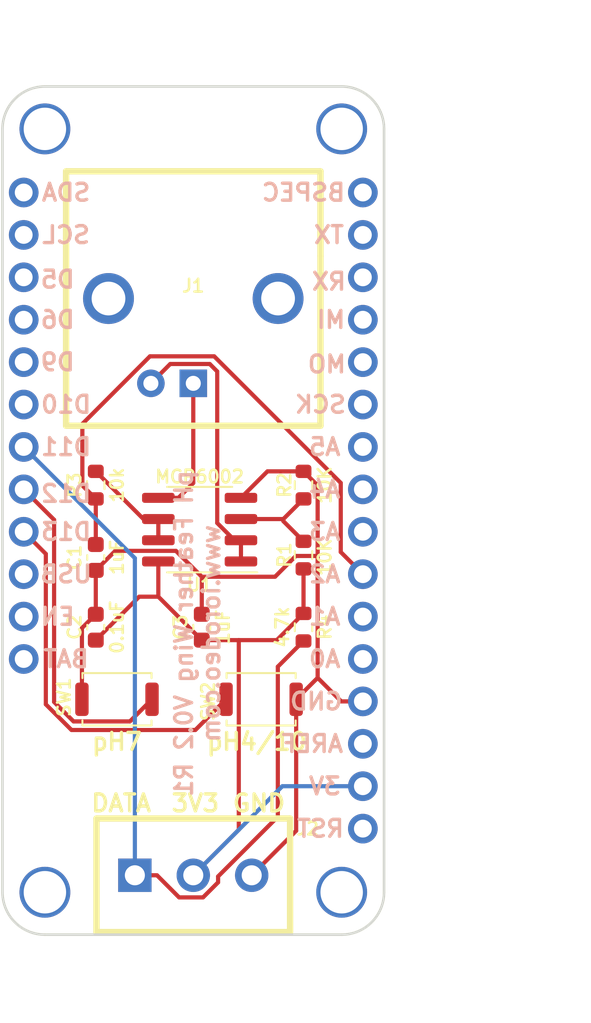
<source format=kicad_pcb>
(kicad_pcb (version 20171130) (host pcbnew 5.1.7-a382d34a8~87~ubuntu18.04.1)

  (general
    (thickness 1.6)
    (drawings 23)
    (tracks 77)
    (zones 0)
    (modules 13)
    (nets 33)
  )

  (page A4)
  (layers
    (0 F.Cu signal)
    (31 B.Cu signal)
    (32 B.Adhes user)
    (33 F.Adhes user)
    (34 B.Paste user)
    (35 F.Paste user)
    (36 B.SilkS user)
    (37 F.SilkS user)
    (38 B.Mask user)
    (39 F.Mask user)
    (40 Dwgs.User user)
    (41 Cmts.User user)
    (42 Eco1.User user)
    (43 Eco2.User user)
    (44 Edge.Cuts user)
    (45 Margin user)
    (46 B.CrtYd user)
    (47 F.CrtYd user)
    (48 B.Fab user)
    (49 F.Fab user)
  )

  (setup
    (last_trace_width 0.25)
    (trace_clearance 0.2)
    (zone_clearance 0.508)
    (zone_45_only no)
    (trace_min 0.2)
    (via_size 0.8)
    (via_drill 0.4)
    (via_min_size 0.4)
    (via_min_drill 0.3)
    (uvia_size 0.3)
    (uvia_drill 0.1)
    (uvias_allowed no)
    (uvia_min_size 0.2)
    (uvia_min_drill 0.1)
    (edge_width 0.15)
    (segment_width 0.2)
    (pcb_text_width 0.3)
    (pcb_text_size 1.5 1.5)
    (mod_edge_width 0.15)
    (mod_text_size 1 1)
    (mod_text_width 0.15)
    (pad_size 1.524 1.524)
    (pad_drill 0.762)
    (pad_to_mask_clearance 0.051)
    (solder_mask_min_width 0.25)
    (aux_axis_origin 0 0)
    (visible_elements FFFFFF7F)
    (pcbplotparams
      (layerselection 0x010f0_ffffffff)
      (usegerberextensions false)
      (usegerberattributes false)
      (usegerberadvancedattributes false)
      (creategerberjobfile false)
      (excludeedgelayer true)
      (linewidth 0.100000)
      (plotframeref false)
      (viasonmask false)
      (mode 1)
      (useauxorigin false)
      (hpglpennumber 1)
      (hpglpenspeed 20)
      (hpglpendiameter 15.000000)
      (psnegative false)
      (psa4output false)
      (plotreference true)
      (plotvalue true)
      (plotinvisibletext false)
      (padsonsilk false)
      (subtractmaskfromsilk false)
      (outputformat 1)
      (mirror false)
      (drillshape 0)
      (scaleselection 1)
      (outputdirectory "gerber_v0p1/"))
  )

  (net 0 "")
  (net 1 GND)
  (net 2 /PH_VOUT)
  (net 3 /3V3)
  (net 4 /PROBE_OUT)
  (net 5 /PROBE_VGND)
  (net 6 /TEMP_DATA)
  (net 7 "Net-(R1-Pad2)")
  (net 8 "Net-(W1-Pad1)")
  (net 9 "Net-(W1-Pad2)")
  (net 10 "Net-(W1-Pad3)")
  (net 11 "Net-(W1-Pad4)")
  (net 12 "Net-(W1-Pad5)")
  (net 13 "Net-(W1-Pad6)")
  (net 14 "Net-(W1-Pad10)")
  (net 15 "Net-(W1-Pad11)")
  (net 16 "Net-(W1-Pad12)")
  (net 17 "Net-(W1-Pad13)")
  (net 18 "Net-(W1-Pad15)")
  (net 19 "Net-(W1-Pad17)")
  (net 20 "Net-(W1-Pad18)")
  (net 21 "Net-(W1-Pad20)")
  (net 22 "Net-(W1-Pad21)")
  (net 23 "Net-(W1-Pad22)")
  (net 24 "Net-(W1-Pad23)")
  (net 25 "Net-(W1-Pad24)")
  (net 26 "Net-(W1-Pad25)")
  (net 27 "Net-(W1-Pad26)")
  (net 28 "Net-(W1-Pad27)")
  (net 29 "Net-(W1-Pad28)")
  (net 30 /BUTTON_1)
  (net 31 /BUTTON_2)
  (net 32 "Net-(R3-Pad2)")

  (net_class Default "This is the default net class."
    (clearance 0.2)
    (trace_width 0.25)
    (via_dia 0.8)
    (via_drill 0.4)
    (uvia_dia 0.3)
    (uvia_drill 0.1)
    (add_net /3V3)
    (add_net /BUTTON_1)
    (add_net /BUTTON_2)
    (add_net /PH_VOUT)
    (add_net /PROBE_OUT)
    (add_net /PROBE_VGND)
    (add_net /TEMP_DATA)
    (add_net GND)
    (add_net "Net-(R1-Pad2)")
    (add_net "Net-(R3-Pad2)")
    (add_net "Net-(W1-Pad1)")
    (add_net "Net-(W1-Pad10)")
    (add_net "Net-(W1-Pad11)")
    (add_net "Net-(W1-Pad12)")
    (add_net "Net-(W1-Pad13)")
    (add_net "Net-(W1-Pad15)")
    (add_net "Net-(W1-Pad17)")
    (add_net "Net-(W1-Pad18)")
    (add_net "Net-(W1-Pad2)")
    (add_net "Net-(W1-Pad20)")
    (add_net "Net-(W1-Pad21)")
    (add_net "Net-(W1-Pad22)")
    (add_net "Net-(W1-Pad23)")
    (add_net "Net-(W1-Pad24)")
    (add_net "Net-(W1-Pad25)")
    (add_net "Net-(W1-Pad26)")
    (add_net "Net-(W1-Pad27)")
    (add_net "Net-(W1-Pad28)")
    (add_net "Net-(W1-Pad3)")
    (add_net "Net-(W1-Pad4)")
    (add_net "Net-(W1-Pad5)")
    (add_net "Net-(W1-Pad6)")
  )

  (module feather_wing:feather_wing (layer F.Cu) (tedit 5C5A8705) (tstamp 5C5A5D61)
    (at 76.2 76.2)
    (path /5C5A4858)
    (fp_text reference W1 (at 0 -26.67) (layer F.SilkS) hide
      (effects (font (size 0.762 0.762) (thickness 0.1524)))
    )
    (fp_text value feather_wing (at 6.223 6.223) (layer F.SilkS) hide
      (effects (font (size 0.762 0.762) (thickness 0.1524)))
    )
    (fp_line (start -11.43 -22.86) (end -11.43 22.86) (layer F.SilkS) (width 0.15))
    (fp_line (start 8.89 25.4) (end -8.89 25.4) (layer F.SilkS) (width 0.15))
    (fp_line (start 11.43 -22.86) (end 11.43 22.86) (layer F.SilkS) (width 0.15))
    (fp_line (start 8.89 -25.4) (end -8.89 -25.4) (layer F.SilkS) (width 0.15))
    (fp_arc (start -8.89 -22.86) (end -8.89 -25.4) (angle -90) (layer F.SilkS) (width 0.15))
    (fp_arc (start 8.89 -22.86) (end 11.43 -22.86) (angle -90) (layer F.SilkS) (width 0.15))
    (fp_arc (start 8.89 22.86) (end 8.89 25.4) (angle -90) (layer F.SilkS) (width 0.15))
    (fp_arc (start -8.89 22.86) (end -11.43 22.86) (angle -90) (layer F.SilkS) (width 0.15))
    (fp_text user SDA (at -7.62 -19.05) (layer B.SilkS)
      (effects (font (size 1.016 1.016) (thickness 0.2032)) (justify mirror))
    )
    (fp_text user SCL (at -7.62 -16.51) (layer B.SilkS)
      (effects (font (size 1.016 1.016) (thickness 0.2032)) (justify mirror))
    )
    (fp_text user D5 (at -8.128 -13.843) (layer B.SilkS)
      (effects (font (size 1.016 1.016) (thickness 0.2032)) (justify mirror))
    )
    (fp_text user D6 (at -8.128 -11.43) (layer B.SilkS)
      (effects (font (size 1.016 1.016) (thickness 0.2032)) (justify mirror))
    )
    (fp_text user D9 (at -8.128 -8.89) (layer B.SilkS)
      (effects (font (size 1.016 1.016) (thickness 0.2032)) (justify mirror))
    )
    (fp_text user D10 (at -7.62 -6.35) (layer B.SilkS)
      (effects (font (size 1.016 1.016) (thickness 0.2032)) (justify mirror))
    )
    (fp_text user D11 (at -7.62 -3.81) (layer B.SilkS)
      (effects (font (size 1.016 1.016) (thickness 0.2032)) (justify mirror))
    )
    (fp_text user D12 (at -7.62 -1.016) (layer B.SilkS)
      (effects (font (size 1.016 1.016) (thickness 0.2032)) (justify mirror))
    )
    (fp_text user D13 (at -7.62 1.27) (layer B.SilkS)
      (effects (font (size 1.016 1.016) (thickness 0.2032)) (justify mirror))
    )
    (fp_text user USB (at -7.62 3.81) (layer B.SilkS)
      (effects (font (size 1.016 1.016) (thickness 0.2032)) (justify mirror))
    )
    (fp_text user EN (at -8.128 6.35) (layer B.SilkS)
      (effects (font (size 1.016 1.016) (thickness 0.2032)) (justify mirror))
    )
    (fp_text user BAT (at -7.62 8.89) (layer B.SilkS)
      (effects (font (size 1.016 1.016) (thickness 0.2032)) (justify mirror))
    )
    (fp_text user BSPEC (at 6.604 -19.05) (layer B.SilkS)
      (effects (font (size 1.016 1.016) (thickness 0.2032)) (justify mirror))
    )
    (fp_text user TX (at 8.128 -16.51) (layer B.SilkS)
      (effects (font (size 1.016 1.016) (thickness 0.2032)) (justify mirror))
    )
    (fp_text user RX (at 8.128 -13.716) (layer B.SilkS)
      (effects (font (size 1.016 1.016) (thickness 0.2032)) (justify mirror))
    )
    (fp_text user MI (at 8.255 -11.43) (layer B.SilkS)
      (effects (font (size 1.016 1.016) (thickness 0.2032)) (justify mirror))
    )
    (fp_text user MO (at 8.001 -8.763) (layer B.SilkS)
      (effects (font (size 1.016 1.016) (thickness 0.2032)) (justify mirror))
    )
    (fp_text user SCK (at 7.62 -6.35) (layer B.SilkS)
      (effects (font (size 1.016 1.016) (thickness 0.2032)) (justify mirror))
    )
    (fp_text user A5 (at 7.874 -3.81) (layer B.SilkS)
      (effects (font (size 1.016 1.016) (thickness 0.2032)) (justify mirror))
    )
    (fp_text user A4 (at 7.874 -1.27) (layer B.SilkS)
      (effects (font (size 1.016 1.016) (thickness 0.2032)) (justify mirror))
    )
    (fp_text user A3 (at 7.874 1.27) (layer B.SilkS)
      (effects (font (size 1.016 1.016) (thickness 0.2032)) (justify mirror))
    )
    (fp_text user A2 (at 7.874 3.81) (layer B.SilkS)
      (effects (font (size 1.016 1.016) (thickness 0.2032)) (justify mirror))
    )
    (fp_text user A1 (at 7.874 6.35) (layer B.SilkS)
      (effects (font (size 1.016 1.016) (thickness 0.2032)) (justify mirror))
    )
    (fp_text user A0 (at 7.874 8.89) (layer B.SilkS)
      (effects (font (size 1.016 1.016) (thickness 0.2032)) (justify mirror))
    )
    (fp_text user GND (at 7.366 11.43) (layer B.SilkS)
      (effects (font (size 1.016 1.016) (thickness 0.2032)) (justify mirror))
    )
    (fp_text user AREF (at 7.112 13.97) (layer B.SilkS)
      (effects (font (size 1.016 1.016) (thickness 0.2032)) (justify mirror))
    )
    (fp_text user 3V (at 7.874 16.51) (layer B.SilkS)
      (effects (font (size 1.016 1.016) (thickness 0.2032)) (justify mirror))
    )
    (fp_text user RST (at 7.62 19.05) (layer B.SilkS)
      (effects (font (size 1.016 1.016) (thickness 0.2032)) (justify mirror))
    )
    (pad "" np_thru_hole circle (at -8.89 -22.86) (size 3.048 3.048) (drill 2.54) (layers *.Cu *.Mask))
    (pad "" np_thru_hole circle (at 8.89 -22.86) (size 3.048 3.048) (drill 2.54) (layers *.Cu *.Mask))
    (pad "" thru_hole circle (at 8.89 22.86) (size 3.048 3.048) (drill 2.54) (layers *.Cu *.Mask))
    (pad "" thru_hole circle (at -8.89 22.86) (size 3.048 3.048) (drill 2.54) (layers *.Cu *.Mask))
    (pad 1 thru_hole circle (at -10.16 -19.05) (size 1.778 1.778) (drill 1.0668) (layers *.Cu *.Mask)
      (net 8 "Net-(W1-Pad1)"))
    (pad 2 thru_hole circle (at -10.16 -16.51) (size 1.778 1.778) (drill 1.0668) (layers *.Cu *.Mask)
      (net 9 "Net-(W1-Pad2)"))
    (pad 3 thru_hole circle (at -10.16 -13.97) (size 1.778 1.778) (drill 1.0668) (layers *.Cu *.Mask)
      (net 10 "Net-(W1-Pad3)"))
    (pad 4 thru_hole circle (at -10.16 -11.43) (size 1.778 1.778) (drill 1.0668) (layers *.Cu *.Mask)
      (net 11 "Net-(W1-Pad4)"))
    (pad 5 thru_hole circle (at -10.16 -8.89) (size 1.778 1.778) (drill 1.0668) (layers *.Cu *.Mask)
      (net 12 "Net-(W1-Pad5)"))
    (pad 6 thru_hole circle (at -10.16 -6.35) (size 1.778 1.778) (drill 1.0668) (layers *.Cu *.Mask)
      (net 13 "Net-(W1-Pad6)"))
    (pad 7 thru_hole circle (at -10.16 -3.81) (size 1.778 1.778) (drill 1.0668) (layers *.Cu *.Mask)
      (net 6 /TEMP_DATA))
    (pad 8 thru_hole circle (at -10.16 -1.27) (size 1.778 1.778) (drill 1.0668) (layers *.Cu *.Mask)
      (net 30 /BUTTON_1))
    (pad 9 thru_hole circle (at -10.16 1.27) (size 1.778 1.778) (drill 1.0668) (layers *.Cu *.Mask)
      (net 31 /BUTTON_2))
    (pad 10 thru_hole circle (at -10.16 3.81) (size 1.778 1.778) (drill 1.0668) (layers *.Cu *.Mask)
      (net 14 "Net-(W1-Pad10)"))
    (pad 11 thru_hole circle (at -10.16 6.35) (size 1.778 1.778) (drill 1.0668) (layers *.Cu *.Mask)
      (net 15 "Net-(W1-Pad11)"))
    (pad 12 thru_hole circle (at -10.16 8.89) (size 1.778 1.778) (drill 1.0668) (layers *.Cu *.Mask)
      (net 16 "Net-(W1-Pad12)"))
    (pad 13 thru_hole circle (at 10.16 19.05) (size 1.778 1.778) (drill 1.0668) (layers *.Cu *.Mask)
      (net 17 "Net-(W1-Pad13)"))
    (pad 14 thru_hole circle (at 10.16 16.51) (size 1.778 1.778) (drill 1.0668) (layers *.Cu *.Mask)
      (net 3 /3V3))
    (pad 15 thru_hole circle (at 10.16 13.97) (size 1.778 1.778) (drill 1.0668) (layers *.Cu *.Mask)
      (net 18 "Net-(W1-Pad15)"))
    (pad 16 thru_hole circle (at 10.16 11.43) (size 1.778 1.778) (drill 1.0668) (layers *.Cu *.Mask)
      (net 1 GND))
    (pad 17 thru_hole circle (at 10.16 8.89) (size 1.778 1.778) (drill 1.0668) (layers *.Cu *.Mask)
      (net 19 "Net-(W1-Pad17)"))
    (pad 18 thru_hole circle (at 10.16 6.35) (size 1.778 1.778) (drill 1.0668) (layers *.Cu *.Mask)
      (net 20 "Net-(W1-Pad18)"))
    (pad 19 thru_hole circle (at 10.16 3.81) (size 1.778 1.778) (drill 1.0668) (layers *.Cu *.Mask)
      (net 2 /PH_VOUT))
    (pad 20 thru_hole circle (at 10.16 1.27) (size 1.778 1.778) (drill 1.0668) (layers *.Cu *.Mask)
      (net 21 "Net-(W1-Pad20)"))
    (pad 21 thru_hole circle (at 10.16 -1.27) (size 1.778 1.778) (drill 1.0668) (layers *.Cu *.Mask)
      (net 22 "Net-(W1-Pad21)"))
    (pad 22 thru_hole circle (at 10.16 -3.81) (size 1.778 1.778) (drill 1.0668) (layers *.Cu *.Mask)
      (net 23 "Net-(W1-Pad22)"))
    (pad 23 thru_hole circle (at 10.16 -6.35) (size 1.778 1.778) (drill 1.0668) (layers *.Cu *.Mask)
      (net 24 "Net-(W1-Pad23)"))
    (pad 24 thru_hole circle (at 10.16 -8.89) (size 1.778 1.778) (drill 1.0668) (layers *.Cu *.Mask)
      (net 25 "Net-(W1-Pad24)"))
    (pad 25 thru_hole circle (at 10.16 -11.43) (size 1.778 1.778) (drill 1.0668) (layers *.Cu *.Mask)
      (net 26 "Net-(W1-Pad25)"))
    (pad 26 thru_hole circle (at 10.16 -13.97) (size 1.778 1.778) (drill 1.0668) (layers *.Cu *.Mask)
      (net 27 "Net-(W1-Pad26)"))
    (pad 27 thru_hole circle (at 10.16 -16.51) (size 1.778 1.778) (drill 1.0668) (layers *.Cu *.Mask)
      (net 28 "Net-(W1-Pad27)"))
    (pad 28 thru_hole circle (at 10.16 -19.05) (size 1.778 1.778) (drill 1.0668) (layers *.Cu *.Mask)
      (net 29 "Net-(W1-Pad28)"))
  )

  (module BNC:BNC (layer F.Cu) (tedit 5C5A6A9E) (tstamp 5C5A5C90)
    (at 76.2 63.5)
    (path /5C5CDCAD)
    (fp_text reference J1 (at 0 -0.762) (layer F.SilkS)
      (effects (font (size 0.762 0.762) (thickness 0.1524)))
    )
    (fp_text value Conn_Coaxial (at 0.254 2.794) (layer F.SilkS) hide
      (effects (font (size 0.762 0.762) (thickness 0.1524)))
    )
    (fp_line (start 7.62 -2.54) (end 7.62 7.62) (layer F.SilkS) (width 0.381))
    (fp_line (start -7.62 -2.54) (end -7.62 7.62) (layer F.SilkS) (width 0.381))
    (fp_line (start 7.62 -7.62) (end 7.62 -2.54) (layer F.SilkS) (width 0.381))
    (fp_line (start -7.62 -7.62) (end 7.62 -7.62) (layer F.SilkS) (width 0.381))
    (fp_line (start -7.62 -2.54) (end -7.62 -7.62) (layer F.SilkS) (width 0.381))
    (fp_line (start -7.62 7.62) (end 7.62 7.62) (layer F.SilkS) (width 0.381))
    (pad "" thru_hole circle (at -5.08 0) (size 3.048 3.048) (drill 2.02) (layers *.Cu *.Mask))
    (pad "" thru_hole circle (at 5.08 0) (size 3.048 3.048) (drill 2.02) (layers *.Cu *.Mask))
    (pad 1 thru_hole rect (at 0 5.08) (size 1.651 1.651) (drill 0.9) (layers *.Cu *.Mask)
      (net 4 /PROBE_OUT))
    (pad 2 thru_hole circle (at -2.54 5.08) (size 1.651 1.651) (drill 0.9) (layers *.Cu *.Mask)
      (net 5 /PROBE_VGND))
  )

  (module OST_SCREW_TERM_3:CONNBLOCK3 (layer F.Cu) (tedit 5C5A6C78) (tstamp 5C5A5C9B)
    (at 76.2 98.044)
    (path /5C5A56D2)
    (fp_text reference J2 (at 6.858 -2.794) (layer F.SilkS)
      (effects (font (size 0.762 0.762) (thickness 0.1524)))
    )
    (fp_text value Screw_Terminal_01x03 (at -0.20066 -5.40004) (layer F.SilkS) hide
      (effects (font (size 0.762 0.762) (thickness 0.1524)))
    )
    (fp_line (start 5.79882 -3.40106) (end -5.79882 -3.40106) (layer F.SilkS) (width 0.381))
    (fp_line (start 5.79882 3.40106) (end 5.79882 -3.40106) (layer F.SilkS) (width 0.381))
    (fp_line (start -5.79882 3.40106) (end 5.79882 3.40106) (layer F.SilkS) (width 0.381))
    (fp_line (start -5.79882 -3.40106) (end -5.79882 3.40106) (layer F.SilkS) (width 0.381))
    (pad 2 thru_hole circle (at 0 0) (size 2 2) (drill 1.2) (layers *.Cu *.Mask)
      (net 3 /3V3))
    (pad 1 thru_hole rect (at -3.50012 0) (size 2 2) (drill 1.2) (layers *.Cu *.Mask)
      (net 6 /TEMP_DATA))
    (pad 3 thru_hole circle (at 3.50012 0) (size 2 2) (drill 1.2) (layers *.Cu *.Mask)
      (net 1 GND))
  )

  (module Capacitor_SMD:C_0603_1608Metric (layer F.Cu) (tedit 5F68FEEE) (tstamp 60051B5F)
    (at 70.358 79.007 90)
    (descr "Capacitor SMD 0603 (1608 Metric), square (rectangular) end terminal, IPC_7351 nominal, (Body size source: IPC-SM-782 page 76, https://www.pcb-3d.com/wordpress/wp-content/uploads/ipc-sm-782a_amendment_1_and_2.pdf), generated with kicad-footprint-generator")
    (tags capacitor)
    (path /600E8D16)
    (attr smd)
    (fp_text reference C1 (at 0 -1.27 90) (layer F.SilkS)
      (effects (font (size 0.762 0.762) (thickness 0.1524)))
    )
    (fp_text value 1uF (at 0 1.27 90) (layer F.SilkS)
      (effects (font (size 0.762 0.762) (thickness 0.1524)))
    )
    (fp_line (start 1.48 0.73) (end -1.48 0.73) (layer F.CrtYd) (width 0.05))
    (fp_line (start 1.48 -0.73) (end 1.48 0.73) (layer F.CrtYd) (width 0.05))
    (fp_line (start -1.48 -0.73) (end 1.48 -0.73) (layer F.CrtYd) (width 0.05))
    (fp_line (start -1.48 0.73) (end -1.48 -0.73) (layer F.CrtYd) (width 0.05))
    (fp_line (start -0.14058 0.51) (end 0.14058 0.51) (layer F.SilkS) (width 0.12))
    (fp_line (start -0.14058 -0.51) (end 0.14058 -0.51) (layer F.SilkS) (width 0.12))
    (fp_line (start 0.8 0.4) (end -0.8 0.4) (layer F.Fab) (width 0.1))
    (fp_line (start 0.8 -0.4) (end 0.8 0.4) (layer F.Fab) (width 0.1))
    (fp_line (start -0.8 -0.4) (end 0.8 -0.4) (layer F.Fab) (width 0.1))
    (fp_line (start -0.8 0.4) (end -0.8 -0.4) (layer F.Fab) (width 0.1))
    (fp_text user %R (at 0 0 90) (layer F.Fab)
      (effects (font (size 0.762 0.762) (thickness 0.1524)))
    )
    (pad 1 smd roundrect (at -0.775 0 90) (size 0.9 0.95) (layers F.Cu F.Paste F.Mask) (roundrect_rratio 0.25)
      (net 1 GND))
    (pad 2 smd roundrect (at 0.775 0 90) (size 0.9 0.95) (layers F.Cu F.Paste F.Mask) (roundrect_rratio 0.25)
      (net 2 /PH_VOUT))
    (model ${KISYS3DMOD}/Capacitor_SMD.3dshapes/C_0603_1608Metric.wrl
      (at (xyz 0 0 0))
      (scale (xyz 1 1 1))
      (rotate (xyz 0 0 0))
    )
  )

  (module Capacitor_SMD:C_0603_1608Metric (layer F.Cu) (tedit 5F68FEEE) (tstamp 60051B70)
    (at 70.358 83.185 90)
    (descr "Capacitor SMD 0603 (1608 Metric), square (rectangular) end terminal, IPC_7351 nominal, (Body size source: IPC-SM-782 page 76, https://www.pcb-3d.com/wordpress/wp-content/uploads/ipc-sm-782a_amendment_1_and_2.pdf), generated with kicad-footprint-generator")
    (tags capacitor)
    (path /6011E7D0)
    (attr smd)
    (fp_text reference C2 (at 0 -1.27 90) (layer F.SilkS)
      (effects (font (size 0.762 0.762) (thickness 0.1524)))
    )
    (fp_text value 0.1uF (at 0 1.27 90) (layer F.SilkS)
      (effects (font (size 0.762 0.762) (thickness 0.1524)))
    )
    (fp_line (start -0.8 0.4) (end -0.8 -0.4) (layer F.Fab) (width 0.1))
    (fp_line (start -0.8 -0.4) (end 0.8 -0.4) (layer F.Fab) (width 0.1))
    (fp_line (start 0.8 -0.4) (end 0.8 0.4) (layer F.Fab) (width 0.1))
    (fp_line (start 0.8 0.4) (end -0.8 0.4) (layer F.Fab) (width 0.1))
    (fp_line (start -0.14058 -0.51) (end 0.14058 -0.51) (layer F.SilkS) (width 0.12))
    (fp_line (start -0.14058 0.51) (end 0.14058 0.51) (layer F.SilkS) (width 0.12))
    (fp_line (start -1.48 0.73) (end -1.48 -0.73) (layer F.CrtYd) (width 0.05))
    (fp_line (start -1.48 -0.73) (end 1.48 -0.73) (layer F.CrtYd) (width 0.05))
    (fp_line (start 1.48 -0.73) (end 1.48 0.73) (layer F.CrtYd) (width 0.05))
    (fp_line (start 1.48 0.73) (end -1.48 0.73) (layer F.CrtYd) (width 0.05))
    (fp_text user %R (at 0 0 90) (layer F.Fab)
      (effects (font (size 0.762 0.762) (thickness 0.1524)))
    )
    (pad 2 smd roundrect (at 0.775 0 90) (size 0.9 0.95) (layers F.Cu F.Paste F.Mask) (roundrect_rratio 0.25)
      (net 1 GND))
    (pad 1 smd roundrect (at -0.775 0 90) (size 0.9 0.95) (layers F.Cu F.Paste F.Mask) (roundrect_rratio 0.25)
      (net 3 /3V3))
    (model ${KISYS3DMOD}/Capacitor_SMD.3dshapes/C_0603_1608Metric.wrl
      (at (xyz 0 0 0))
      (scale (xyz 1 1 1))
      (rotate (xyz 0 0 0))
    )
  )

  (module Capacitor_SMD:C_0603_1608Metric (layer F.Cu) (tedit 5F68FEEE) (tstamp 60051B81)
    (at 76.708 83.185 90)
    (descr "Capacitor SMD 0603 (1608 Metric), square (rectangular) end terminal, IPC_7351 nominal, (Body size source: IPC-SM-782 page 76, https://www.pcb-3d.com/wordpress/wp-content/uploads/ipc-sm-782a_amendment_1_and_2.pdf), generated with kicad-footprint-generator")
    (tags capacitor)
    (path /6008BC91)
    (attr smd)
    (fp_text reference C3 (at 0 -1.27 90) (layer F.SilkS)
      (effects (font (size 0.762 0.762) (thickness 0.1524)))
    )
    (fp_text value 1uF (at 0 1.27 90) (layer F.SilkS)
      (effects (font (size 0.762 0.762) (thickness 0.1524)))
    )
    (fp_line (start 1.48 0.73) (end -1.48 0.73) (layer F.CrtYd) (width 0.05))
    (fp_line (start 1.48 -0.73) (end 1.48 0.73) (layer F.CrtYd) (width 0.05))
    (fp_line (start -1.48 -0.73) (end 1.48 -0.73) (layer F.CrtYd) (width 0.05))
    (fp_line (start -1.48 0.73) (end -1.48 -0.73) (layer F.CrtYd) (width 0.05))
    (fp_line (start -0.14058 0.51) (end 0.14058 0.51) (layer F.SilkS) (width 0.12))
    (fp_line (start -0.14058 -0.51) (end 0.14058 -0.51) (layer F.SilkS) (width 0.12))
    (fp_line (start 0.8 0.4) (end -0.8 0.4) (layer F.Fab) (width 0.1))
    (fp_line (start 0.8 -0.4) (end 0.8 0.4) (layer F.Fab) (width 0.1))
    (fp_line (start -0.8 -0.4) (end 0.8 -0.4) (layer F.Fab) (width 0.1))
    (fp_line (start -0.8 0.4) (end -0.8 -0.4) (layer F.Fab) (width 0.1))
    (fp_text user %R (at 0 0 90) (layer F.Fab)
      (effects (font (size 0.762 0.762) (thickness 0.1524)))
    )
    (pad 1 smd roundrect (at -0.775 0 90) (size 0.9 0.95) (layers F.Cu F.Paste F.Mask) (roundrect_rratio 0.25)
      (net 3 /3V3))
    (pad 2 smd roundrect (at 0.775 0 90) (size 0.9 0.95) (layers F.Cu F.Paste F.Mask) (roundrect_rratio 0.25)
      (net 1 GND))
    (model ${KISYS3DMOD}/Capacitor_SMD.3dshapes/C_0603_1608Metric.wrl
      (at (xyz 0 0 0))
      (scale (xyz 1 1 1))
      (rotate (xyz 0 0 0))
    )
  )

  (module Resistor_SMD:R_0603_1608Metric (layer F.Cu) (tedit 5F68FEEE) (tstamp 60051B92)
    (at 82.804 78.867 90)
    (descr "Resistor SMD 0603 (1608 Metric), square (rectangular) end terminal, IPC_7351 nominal, (Body size source: IPC-SM-782 page 72, https://www.pcb-3d.com/wordpress/wp-content/uploads/ipc-sm-782a_amendment_1_and_2.pdf), generated with kicad-footprint-generator")
    (tags resistor)
    (path /6005FC7D)
    (attr smd)
    (fp_text reference R1 (at 0 -1.143 90) (layer F.SilkS)
      (effects (font (size 0.762 0.762) (thickness 0.1524)))
    )
    (fp_text value 10K (at -0.127 1.27 90) (layer F.SilkS)
      (effects (font (size 0.762 0.762) (thickness 0.1524)))
    )
    (fp_line (start 1.48 0.73) (end -1.48 0.73) (layer F.CrtYd) (width 0.05))
    (fp_line (start 1.48 -0.73) (end 1.48 0.73) (layer F.CrtYd) (width 0.05))
    (fp_line (start -1.48 -0.73) (end 1.48 -0.73) (layer F.CrtYd) (width 0.05))
    (fp_line (start -1.48 0.73) (end -1.48 -0.73) (layer F.CrtYd) (width 0.05))
    (fp_line (start -0.237258 0.5225) (end 0.237258 0.5225) (layer F.SilkS) (width 0.12))
    (fp_line (start -0.237258 -0.5225) (end 0.237258 -0.5225) (layer F.SilkS) (width 0.12))
    (fp_line (start 0.8 0.4125) (end -0.8 0.4125) (layer F.Fab) (width 0.1))
    (fp_line (start 0.8 -0.4125) (end 0.8 0.4125) (layer F.Fab) (width 0.1))
    (fp_line (start -0.8 -0.4125) (end 0.8 -0.4125) (layer F.Fab) (width 0.1))
    (fp_line (start -0.8 0.4125) (end -0.8 -0.4125) (layer F.Fab) (width 0.1))
    (fp_text user %R (at 0 0 90) (layer F.Fab)
      (effects (font (size 0.762 0.762) (thickness 0.1524)))
    )
    (pad 1 smd roundrect (at -0.825 0 90) (size 0.8 0.95) (layers F.Cu F.Paste F.Mask) (roundrect_rratio 0.25)
      (net 3 /3V3))
    (pad 2 smd roundrect (at 0.825 0 90) (size 0.8 0.95) (layers F.Cu F.Paste F.Mask) (roundrect_rratio 0.25)
      (net 7 "Net-(R1-Pad2)"))
    (model ${KISYS3DMOD}/Resistor_SMD.3dshapes/R_0603_1608Metric.wrl
      (at (xyz 0 0 0))
      (scale (xyz 1 1 1))
      (rotate (xyz 0 0 0))
    )
  )

  (module Resistor_SMD:R_0603_1608Metric (layer F.Cu) (tedit 5F68FEEE) (tstamp 60052CC1)
    (at 82.804 74.676 90)
    (descr "Resistor SMD 0603 (1608 Metric), square (rectangular) end terminal, IPC_7351 nominal, (Body size source: IPC-SM-782 page 72, https://www.pcb-3d.com/wordpress/wp-content/uploads/ipc-sm-782a_amendment_1_and_2.pdf), generated with kicad-footprint-generator")
    (tags resistor)
    (path /6005FC87)
    (attr smd)
    (fp_text reference R2 (at 0 -1.143 90) (layer F.SilkS)
      (effects (font (size 0.762 0.762) (thickness 0.1524)))
    )
    (fp_text value 10K (at 0 1.27 90) (layer F.SilkS)
      (effects (font (size 0.762 0.762) (thickness 0.1524)))
    )
    (fp_line (start -0.8 0.4125) (end -0.8 -0.4125) (layer F.Fab) (width 0.1))
    (fp_line (start -0.8 -0.4125) (end 0.8 -0.4125) (layer F.Fab) (width 0.1))
    (fp_line (start 0.8 -0.4125) (end 0.8 0.4125) (layer F.Fab) (width 0.1))
    (fp_line (start 0.8 0.4125) (end -0.8 0.4125) (layer F.Fab) (width 0.1))
    (fp_line (start -0.237258 -0.5225) (end 0.237258 -0.5225) (layer F.SilkS) (width 0.12))
    (fp_line (start -0.237258 0.5225) (end 0.237258 0.5225) (layer F.SilkS) (width 0.12))
    (fp_line (start -1.48 0.73) (end -1.48 -0.73) (layer F.CrtYd) (width 0.05))
    (fp_line (start -1.48 -0.73) (end 1.48 -0.73) (layer F.CrtYd) (width 0.05))
    (fp_line (start 1.48 -0.73) (end 1.48 0.73) (layer F.CrtYd) (width 0.05))
    (fp_line (start 1.48 0.73) (end -1.48 0.73) (layer F.CrtYd) (width 0.05))
    (fp_text user %R (at 0 0 90) (layer F.Fab)
      (effects (font (size 0.762 0.762) (thickness 0.1524)))
    )
    (pad 2 smd roundrect (at 0.825 0 90) (size 0.8 0.95) (layers F.Cu F.Paste F.Mask) (roundrect_rratio 0.25)
      (net 1 GND))
    (pad 1 smd roundrect (at -0.825 0 90) (size 0.8 0.95) (layers F.Cu F.Paste F.Mask) (roundrect_rratio 0.25)
      (net 7 "Net-(R1-Pad2)"))
    (model ${KISYS3DMOD}/Resistor_SMD.3dshapes/R_0603_1608Metric.wrl
      (at (xyz 0 0 0))
      (scale (xyz 1 1 1))
      (rotate (xyz 0 0 0))
    )
  )

  (module Resistor_SMD:R_0603_1608Metric (layer F.Cu) (tedit 5F68FEEE) (tstamp 60051BB4)
    (at 70.358 74.676 90)
    (descr "Resistor SMD 0603 (1608 Metric), square (rectangular) end terminal, IPC_7351 nominal, (Body size source: IPC-SM-782 page 72, https://www.pcb-3d.com/wordpress/wp-content/uploads/ipc-sm-782a_amendment_1_and_2.pdf), generated with kicad-footprint-generator")
    (tags resistor)
    (path /600E496C)
    (attr smd)
    (fp_text reference R3 (at 0 -1.27 90) (layer F.SilkS)
      (effects (font (size 0.762 0.762) (thickness 0.1524)))
    )
    (fp_text value 10k (at 0 1.27 90) (layer F.SilkS)
      (effects (font (size 0.762 0.762) (thickness 0.1524)))
    )
    (fp_line (start -0.8 0.4125) (end -0.8 -0.4125) (layer F.Fab) (width 0.1))
    (fp_line (start -0.8 -0.4125) (end 0.8 -0.4125) (layer F.Fab) (width 0.1))
    (fp_line (start 0.8 -0.4125) (end 0.8 0.4125) (layer F.Fab) (width 0.1))
    (fp_line (start 0.8 0.4125) (end -0.8 0.4125) (layer F.Fab) (width 0.1))
    (fp_line (start -0.237258 -0.5225) (end 0.237258 -0.5225) (layer F.SilkS) (width 0.12))
    (fp_line (start -0.237258 0.5225) (end 0.237258 0.5225) (layer F.SilkS) (width 0.12))
    (fp_line (start -1.48 0.73) (end -1.48 -0.73) (layer F.CrtYd) (width 0.05))
    (fp_line (start -1.48 -0.73) (end 1.48 -0.73) (layer F.CrtYd) (width 0.05))
    (fp_line (start 1.48 -0.73) (end 1.48 0.73) (layer F.CrtYd) (width 0.05))
    (fp_line (start 1.48 0.73) (end -1.48 0.73) (layer F.CrtYd) (width 0.05))
    (fp_text user %R (at 0 0 90) (layer F.Fab)
      (effects (font (size 0.762 0.762) (thickness 0.1524)))
    )
    (pad 2 smd roundrect (at 0.825 0 90) (size 0.8 0.95) (layers F.Cu F.Paste F.Mask) (roundrect_rratio 0.25)
      (net 32 "Net-(R3-Pad2)"))
    (pad 1 smd roundrect (at -0.825 0 90) (size 0.8 0.95) (layers F.Cu F.Paste F.Mask) (roundrect_rratio 0.25)
      (net 2 /PH_VOUT))
    (model ${KISYS3DMOD}/Resistor_SMD.3dshapes/R_0603_1608Metric.wrl
      (at (xyz 0 0 0))
      (scale (xyz 1 1 1))
      (rotate (xyz 0 0 0))
    )
  )

  (module Resistor_SMD:R_0603_1608Metric (layer F.Cu) (tedit 5F68FEEE) (tstamp 60051BC5)
    (at 82.804 83.185 270)
    (descr "Resistor SMD 0603 (1608 Metric), square (rectangular) end terminal, IPC_7351 nominal, (Body size source: IPC-SM-782 page 72, https://www.pcb-3d.com/wordpress/wp-content/uploads/ipc-sm-782a_amendment_1_and_2.pdf), generated with kicad-footprint-generator")
    (tags resistor)
    (path /5C5D6D88)
    (attr smd)
    (fp_text reference R4 (at 0 -1.27 90) (layer F.SilkS)
      (effects (font (size 0.762 0.762) (thickness 0.1524)))
    )
    (fp_text value 4.7k (at 0 1.27 90) (layer F.SilkS)
      (effects (font (size 0.762 0.762) (thickness 0.1524)))
    )
    (fp_line (start 1.48 0.73) (end -1.48 0.73) (layer F.CrtYd) (width 0.05))
    (fp_line (start 1.48 -0.73) (end 1.48 0.73) (layer F.CrtYd) (width 0.05))
    (fp_line (start -1.48 -0.73) (end 1.48 -0.73) (layer F.CrtYd) (width 0.05))
    (fp_line (start -1.48 0.73) (end -1.48 -0.73) (layer F.CrtYd) (width 0.05))
    (fp_line (start -0.237258 0.5225) (end 0.237258 0.5225) (layer F.SilkS) (width 0.12))
    (fp_line (start -0.237258 -0.5225) (end 0.237258 -0.5225) (layer F.SilkS) (width 0.12))
    (fp_line (start 0.8 0.4125) (end -0.8 0.4125) (layer F.Fab) (width 0.1))
    (fp_line (start 0.8 -0.4125) (end 0.8 0.4125) (layer F.Fab) (width 0.1))
    (fp_line (start -0.8 -0.4125) (end 0.8 -0.4125) (layer F.Fab) (width 0.1))
    (fp_line (start -0.8 0.4125) (end -0.8 -0.4125) (layer F.Fab) (width 0.1))
    (fp_text user %R (at 0 0 90) (layer F.Fab)
      (effects (font (size 0.762 0.762) (thickness 0.1524)))
    )
    (pad 1 smd roundrect (at -0.825 0 270) (size 0.8 0.95) (layers F.Cu F.Paste F.Mask) (roundrect_rratio 0.25)
      (net 3 /3V3))
    (pad 2 smd roundrect (at 0.825 0 270) (size 0.8 0.95) (layers F.Cu F.Paste F.Mask) (roundrect_rratio 0.25)
      (net 6 /TEMP_DATA))
    (model ${KISYS3DMOD}/Resistor_SMD.3dshapes/R_0603_1608Metric.wrl
      (at (xyz 0 0 0))
      (scale (xyz 1 1 1))
      (rotate (xyz 0 0 0))
    )
  )

  (module Button_Switch_SMD:SW_Push_SPST_NO_Alps_SKRK (layer F.Cu) (tedit 5C2A8900) (tstamp 60051BDB)
    (at 71.628 87.503 180)
    (descr http://www.alps.com/prod/info/E/HTML/Tact/SurfaceMount/SKRK/SKRKAHE020.html)
    (tags "SMD SMT button")
    (path /5C5CC1CF)
    (attr smd)
    (fp_text reference SW1 (at 3.175 0.127 90) (layer F.SilkS)
      (effects (font (size 0.762 0.762) (thickness 0.1524)))
    )
    (fp_text value SW_Push (at 0 2.5) (layer F.SilkS) hide
      (effects (font (size 0.762 0.762) (thickness 0.1524)))
    )
    (fp_line (start 2.07 -1.57) (end 2.07 -1.27) (layer F.SilkS) (width 0.12))
    (fp_line (start -2.07 1.57) (end -2.07 1.27) (layer F.SilkS) (width 0.12))
    (fp_line (start 1.95 -1.45) (end 1.95 1.45) (layer F.Fab) (width 0.1))
    (fp_line (start -1.95 -1.45) (end 1.95 -1.45) (layer F.Fab) (width 0.1))
    (fp_line (start -1.95 1.45) (end -1.95 -1.45) (layer F.Fab) (width 0.1))
    (fp_line (start 1.95 1.45) (end -1.95 1.45) (layer F.Fab) (width 0.1))
    (fp_line (start -2.75 1.7) (end -2.75 -1.7) (layer F.CrtYd) (width 0.05))
    (fp_line (start 2.75 1.7) (end -2.75 1.7) (layer F.CrtYd) (width 0.05))
    (fp_line (start 2.75 -1.7) (end 2.75 1.7) (layer F.CrtYd) (width 0.05))
    (fp_line (start -2.75 -1.7) (end 2.75 -1.7) (layer F.CrtYd) (width 0.05))
    (fp_circle (center 0 0) (end 1 0) (layer F.Fab) (width 0.1))
    (fp_line (start -2.07 -1.27) (end -2.07 -1.57) (layer F.SilkS) (width 0.12))
    (fp_line (start 2.07 1.57) (end -2.07 1.57) (layer F.SilkS) (width 0.12))
    (fp_line (start 2.07 1.27) (end 2.07 1.57) (layer F.SilkS) (width 0.12))
    (fp_line (start -2.07 -1.57) (end 2.07 -1.57) (layer F.SilkS) (width 0.12))
    (fp_text user %R (at 0 0) (layer F.Fab)
      (effects (font (size 0.762 0.762) (thickness 0.1524)))
    )
    (pad 2 smd roundrect (at 2.1 0 180) (size 0.8 2) (layers F.Cu F.Paste F.Mask) (roundrect_rratio 0.25)
      (net 1 GND))
    (pad 1 smd roundrect (at -2.1 0 180) (size 0.8 2) (layers F.Cu F.Paste F.Mask) (roundrect_rratio 0.25)
      (net 30 /BUTTON_1))
    (model ${KISYS3DMOD}/Button_Switch_SMD.3dshapes/SW_Push_SPST_NO_Alps_SKRK.wrl
      (at (xyz 0 0 0))
      (scale (xyz 1 1 1))
      (rotate (xyz 0 0 0))
    )
  )

  (module Button_Switch_SMD:SW_Push_SPST_NO_Alps_SKRK (layer F.Cu) (tedit 5C2A8900) (tstamp 60051BF1)
    (at 80.264 87.503)
    (descr http://www.alps.com/prod/info/E/HTML/Tact/SurfaceMount/SKRK/SKRKAHE020.html)
    (tags "SMD SMT button")
    (path /5C5CC30A)
    (attr smd)
    (fp_text reference SW2 (at -3.175 0.127 90) (layer F.SilkS)
      (effects (font (size 0.762 0.762) (thickness 0.1524)))
    )
    (fp_text value SW_Push (at 0 2.5) (layer F.SilkS) hide
      (effects (font (size 0.762 0.762) (thickness 0.1524)))
    )
    (fp_line (start -2.07 -1.57) (end 2.07 -1.57) (layer F.SilkS) (width 0.12))
    (fp_line (start 2.07 1.27) (end 2.07 1.57) (layer F.SilkS) (width 0.12))
    (fp_line (start 2.07 1.57) (end -2.07 1.57) (layer F.SilkS) (width 0.12))
    (fp_line (start -2.07 -1.27) (end -2.07 -1.57) (layer F.SilkS) (width 0.12))
    (fp_circle (center 0 0) (end 1 0) (layer F.Fab) (width 0.1))
    (fp_line (start -2.75 -1.7) (end 2.75 -1.7) (layer F.CrtYd) (width 0.05))
    (fp_line (start 2.75 -1.7) (end 2.75 1.7) (layer F.CrtYd) (width 0.05))
    (fp_line (start 2.75 1.7) (end -2.75 1.7) (layer F.CrtYd) (width 0.05))
    (fp_line (start -2.75 1.7) (end -2.75 -1.7) (layer F.CrtYd) (width 0.05))
    (fp_line (start 1.95 1.45) (end -1.95 1.45) (layer F.Fab) (width 0.1))
    (fp_line (start -1.95 1.45) (end -1.95 -1.45) (layer F.Fab) (width 0.1))
    (fp_line (start -1.95 -1.45) (end 1.95 -1.45) (layer F.Fab) (width 0.1))
    (fp_line (start 1.95 -1.45) (end 1.95 1.45) (layer F.Fab) (width 0.1))
    (fp_line (start -2.07 1.57) (end -2.07 1.27) (layer F.SilkS) (width 0.12))
    (fp_line (start 2.07 -1.57) (end 2.07 -1.27) (layer F.SilkS) (width 0.12))
    (fp_text user %R (at 0 0) (layer F.Fab)
      (effects (font (size 0.762 0.762) (thickness 0.1524)))
    )
    (pad 1 smd roundrect (at -2.1 0) (size 0.8 2) (layers F.Cu F.Paste F.Mask) (roundrect_rratio 0.25)
      (net 31 /BUTTON_2))
    (pad 2 smd roundrect (at 2.1 0) (size 0.8 2) (layers F.Cu F.Paste F.Mask) (roundrect_rratio 0.25)
      (net 1 GND))
    (model ${KISYS3DMOD}/Button_Switch_SMD.3dshapes/SW_Push_SPST_NO_Alps_SKRK.wrl
      (at (xyz 0 0 0))
      (scale (xyz 1 1 1))
      (rotate (xyz 0 0 0))
    )
  )

  (module Package_SO:SOIC-8_3.9x4.9mm_P1.27mm (layer F.Cu) (tedit 5D9F72B1) (tstamp 6004FD2E)
    (at 76.581 77.343 180)
    (descr "SOIC, 8 Pin (JEDEC MS-012AA, https://www.analog.com/media/en/package-pcb-resources/package/pkg_pdf/soic_narrow-r/r_8.pdf), generated with kicad-footprint-generator ipc_gullwing_generator.py")
    (tags "SOIC SO")
    (path /6004FC89)
    (attr smd)
    (fp_text reference U1 (at 0 -3.302) (layer F.SilkS)
      (effects (font (size 0.762 0.762) (thickness 0.1524)))
    )
    (fp_text value MCP6002 (at 0 3.175) (layer F.SilkS)
      (effects (font (size 0.762 0.762) (thickness 0.1524)))
    )
    (fp_line (start 3.7 -2.7) (end -3.7 -2.7) (layer F.CrtYd) (width 0.05))
    (fp_line (start 3.7 2.7) (end 3.7 -2.7) (layer F.CrtYd) (width 0.05))
    (fp_line (start -3.7 2.7) (end 3.7 2.7) (layer F.CrtYd) (width 0.05))
    (fp_line (start -3.7 -2.7) (end -3.7 2.7) (layer F.CrtYd) (width 0.05))
    (fp_line (start -1.95 -1.475) (end -0.975 -2.45) (layer F.Fab) (width 0.1))
    (fp_line (start -1.95 2.45) (end -1.95 -1.475) (layer F.Fab) (width 0.1))
    (fp_line (start 1.95 2.45) (end -1.95 2.45) (layer F.Fab) (width 0.1))
    (fp_line (start 1.95 -2.45) (end 1.95 2.45) (layer F.Fab) (width 0.1))
    (fp_line (start -0.975 -2.45) (end 1.95 -2.45) (layer F.Fab) (width 0.1))
    (fp_line (start 0 -2.56) (end -3.45 -2.56) (layer F.SilkS) (width 0.12))
    (fp_line (start 0 -2.56) (end 1.95 -2.56) (layer F.SilkS) (width 0.12))
    (fp_line (start 0 2.56) (end -1.95 2.56) (layer F.SilkS) (width 0.12))
    (fp_line (start 0 2.56) (end 1.95 2.56) (layer F.SilkS) (width 0.12))
    (fp_text user %R (at 0 0) (layer F.Fab)
      (effects (font (size 0.762 0.762) (thickness 0.1524)))
    )
    (pad 1 smd roundrect (at -2.475 -1.905 180) (size 1.95 0.6) (layers F.Cu F.Paste F.Mask) (roundrect_rratio 0.25)
      (net 5 /PROBE_VGND))
    (pad 2 smd roundrect (at -2.475 -0.635 180) (size 1.95 0.6) (layers F.Cu F.Paste F.Mask) (roundrect_rratio 0.25)
      (net 5 /PROBE_VGND))
    (pad 3 smd roundrect (at -2.475 0.635 180) (size 1.95 0.6) (layers F.Cu F.Paste F.Mask) (roundrect_rratio 0.25)
      (net 7 "Net-(R1-Pad2)"))
    (pad 4 smd roundrect (at -2.475 1.905 180) (size 1.95 0.6) (layers F.Cu F.Paste F.Mask) (roundrect_rratio 0.25)
      (net 1 GND))
    (pad 5 smd roundrect (at 2.475 1.905 180) (size 1.95 0.6) (layers F.Cu F.Paste F.Mask) (roundrect_rratio 0.25)
      (net 4 /PROBE_OUT))
    (pad 6 smd roundrect (at 2.475 0.635 180) (size 1.95 0.6) (layers F.Cu F.Paste F.Mask) (roundrect_rratio 0.25)
      (net 32 "Net-(R3-Pad2)"))
    (pad 7 smd roundrect (at 2.475 -0.635 180) (size 1.95 0.6) (layers F.Cu F.Paste F.Mask) (roundrect_rratio 0.25)
      (net 32 "Net-(R3-Pad2)"))
    (pad 8 smd roundrect (at 2.475 -1.905 180) (size 1.95 0.6) (layers F.Cu F.Paste F.Mask) (roundrect_rratio 0.25)
      (net 3 /3V3))
    (model ${KISYS3DMOD}/Package_SO.3dshapes/SOIC-8_3.9x4.9mm_P1.27mm.wrl
      (at (xyz 0 0 0))
      (scale (xyz 1 1 1))
      (rotate (xyz 0 0 0))
    )
  )

  (gr_text GND (at 80.137 93.726) (layer F.SilkS)
    (effects (font (size 1.016 1.016) (thickness 0.2032)))
  )
  (gr_text 3V3 (at 76.327 93.726) (layer F.SilkS)
    (effects (font (size 1.016 1.016) (thickness 0.2032)))
  )
  (gr_text DATA (at 71.882 93.726) (layer F.SilkS)
    (effects (font (size 1.016 1.016) (thickness 0.2032)))
  )
  (dimension 22.86 (width 0.3) (layer Dwgs.User)
    (gr_text "22.860 mm" (at 76.2 108.272) (layer Dwgs.User)
      (effects (font (size 1.5 1.5) (thickness 0.3)))
    )
    (feature1 (pts (xy 87.63 99.06) (xy 87.63 106.758421)))
    (feature2 (pts (xy 64.77 99.06) (xy 64.77 106.758421)))
    (crossbar (pts (xy 64.77 106.172) (xy 87.63 106.172)))
    (arrow1a (pts (xy 87.63 106.172) (xy 86.503496 106.758421)))
    (arrow1b (pts (xy 87.63 106.172) (xy 86.503496 105.585579)))
    (arrow2a (pts (xy 64.77 106.172) (xy 65.896504 106.758421)))
    (arrow2b (pts (xy 64.77 106.172) (xy 65.896504 105.585579)))
  )
  (dimension 50.8 (width 0.3) (layer Dwgs.User)
    (gr_text "50.800 mm" (at 98.112 76.2 270) (layer Dwgs.User)
      (effects (font (size 1.5 1.5) (thickness 0.3)))
    )
    (feature1 (pts (xy 85.09 101.6) (xy 96.598421 101.6)))
    (feature2 (pts (xy 85.09 50.8) (xy 96.598421 50.8)))
    (crossbar (pts (xy 96.012 50.8) (xy 96.012 101.6)))
    (arrow1a (pts (xy 96.012 101.6) (xy 95.425579 100.473496)))
    (arrow1b (pts (xy 96.012 101.6) (xy 96.598421 100.473496)))
    (arrow2a (pts (xy 96.012 50.8) (xy 95.425579 51.926504)))
    (arrow2b (pts (xy 96.012 50.8) (xy 96.598421 51.926504)))
  )
  (gr_text pH4/10 (at 80.01 90.043) (layer F.SilkS)
    (effects (font (size 1.016 1.016) (thickness 0.2032)))
  )
  (gr_text pH7 (at 71.628 90.043) (layer F.SilkS)
    (effects (font (size 1.016 1.016) (thickness 0.2032)))
  )
  (gr_line (start 82.55 45.72) (end 82.55 55.88) (layer Dwgs.User) (width 0.2))
  (gr_line (start 69.85 45.72) (end 82.55 45.72) (layer Dwgs.User) (width 0.2))
  (gr_line (start 69.85 55.88) (end 69.85 45.72) (layer Dwgs.User) (width 0.2))
  (gr_circle (center 67.31 99.06) (end 69.4309 99.06) (layer Dwgs.User) (width 0.2))
  (gr_circle (center 85.09 99.06) (end 87.2109 99.06) (layer Dwgs.User) (width 0.2))
  (gr_circle (center 85.09 53.34) (end 87.2109 53.34) (layer Dwgs.User) (width 0.2))
  (gr_circle (center 67.31 53.34) (end 69.4309 53.34) (layer Dwgs.User) (width 0.2))
  (gr_arc (start 85.09 99.06) (end 85.09 101.6) (angle -90) (layer Edge.Cuts) (width 0.15))
  (gr_arc (start 67.31 99.06) (end 64.77 99.06) (angle -90) (layer Edge.Cuts) (width 0.15))
  (gr_arc (start 67.31 53.34) (end 67.31 50.8) (angle -90) (layer Edge.Cuts) (width 0.15))
  (gr_arc (start 85.09 53.34) (end 87.63 53.34) (angle -90) (layer Edge.Cuts) (width 0.15))
  (gr_line (start 67.31 50.8) (end 85.09 50.8) (layer Edge.Cuts) (width 0.15))
  (gr_line (start 87.63 99.06) (end 87.63 53.34) (layer Edge.Cuts) (width 0.15))
  (gr_line (start 67.31 101.6) (end 85.09 101.6) (layer Edge.Cuts) (width 0.15))
  (gr_line (start 64.77 53.34) (end 64.77 99.06) (layer Edge.Cuts) (width 0.15))
  (gr_text "pH Feather Wing V0.2 R1\nwww.iorodeo.com" (at 76.454 83.566 90) (layer B.SilkS)
    (effects (font (size 1.016 1.016) (thickness 0.2032)) (justify mirror))
  )

  (segment (start 82.364 87.503) (end 82.364 95.3801) (width 0.25) (layer F.Cu) (net 1))
  (segment (start 82.364 95.3801) (end 79.7001 98.044) (width 0.25) (layer F.Cu) (net 1))
  (segment (start 83.6499 86.2171) (end 82.364 87.503) (width 0.25) (layer F.Cu) (net 1))
  (segment (start 76.708 80.1634) (end 75.1576 78.613) (width 0.25) (layer F.Cu) (net 1))
  (segment (start 75.1576 78.613) (end 71.527 78.613) (width 0.25) (layer F.Cu) (net 1))
  (segment (start 71.527 78.613) (end 70.358 79.782) (width 0.25) (layer F.Cu) (net 1))
  (segment (start 76.708 82.41) (end 76.708 80.1634) (width 0.25) (layer F.Cu) (net 1))
  (segment (start 83.6499 78.9187) (end 82.342 78.9187) (width 0.25) (layer F.Cu) (net 1))
  (segment (start 82.342 78.9187) (end 81.0973 80.1634) (width 0.25) (layer F.Cu) (net 1))
  (segment (start 81.0973 80.1634) (end 76.708 80.1634) (width 0.25) (layer F.Cu) (net 1))
  (segment (start 83.6499 78.9187) (end 83.6499 86.2171) (width 0.25) (layer F.Cu) (net 1))
  (segment (start 82.804 73.851) (end 83.6499 74.6969) (width 0.25) (layer F.Cu) (net 1))
  (segment (start 83.6499 74.6969) (end 83.6499 78.9187) (width 0.25) (layer F.Cu) (net 1))
  (segment (start 83.6499 86.2171) (end 85.0628 87.63) (width 0.25) (layer F.Cu) (net 1))
  (segment (start 85.0628 87.63) (end 86.36 87.63) (width 0.25) (layer F.Cu) (net 1))
  (segment (start 79.056 75.438) (end 80.643 73.851) (width 0.25) (layer F.Cu) (net 1))
  (segment (start 80.643 73.851) (end 82.804 73.851) (width 0.25) (layer F.Cu) (net 1))
  (segment (start 70.358 82.41) (end 70.358 79.782) (width 0.25) (layer F.Cu) (net 1))
  (segment (start 69.528 87.503) (end 69.528 83.24) (width 0.25) (layer F.Cu) (net 1))
  (segment (start 69.528 83.24) (end 70.358 82.41) (width 0.25) (layer F.Cu) (net 1))
  (segment (start 70.358 75.501) (end 69.5548 74.6978) (width 0.25) (layer F.Cu) (net 2))
  (segment (start 69.5548 74.6978) (end 69.5548 71.0113) (width 0.25) (layer F.Cu) (net 2))
  (segment (start 69.5548 71.0113) (end 73.6045 66.9616) (width 0.25) (layer F.Cu) (net 2))
  (segment (start 73.6045 66.9616) (end 77.4523 66.9616) (width 0.25) (layer F.Cu) (net 2))
  (segment (start 77.4523 66.9616) (end 85.0344 74.5437) (width 0.25) (layer F.Cu) (net 2))
  (segment (start 85.0344 74.5437) (end 85.0344 78.6844) (width 0.25) (layer F.Cu) (net 2))
  (segment (start 85.0344 78.6844) (end 86.36 80.01) (width 0.25) (layer F.Cu) (net 2))
  (segment (start 70.358 78.232) (end 70.358 75.501) (width 0.25) (layer F.Cu) (net 2))
  (segment (start 82.804 82.36) (end 82.804 79.692) (width 0.25) (layer F.Cu) (net 3))
  (segment (start 78.9262 83.96) (end 81.204 83.96) (width 0.25) (layer F.Cu) (net 3))
  (segment (start 81.204 83.96) (end 82.804 82.36) (width 0.25) (layer F.Cu) (net 3))
  (segment (start 78.9262 83.96) (end 76.708 83.96) (width 0.25) (layer F.Cu) (net 3))
  (segment (start 78.9262 83.96) (end 78.9262 95.3178) (width 0.25) (layer F.Cu) (net 3))
  (segment (start 78.9262 95.3178) (end 76.2 98.044) (width 0.25) (layer F.Cu) (net 3))
  (segment (start 74.106 81.358) (end 76.708 83.96) (width 0.25) (layer F.Cu) (net 3))
  (segment (start 74.106 79.248) (end 74.106 81.358) (width 0.25) (layer F.Cu) (net 3))
  (segment (start 74.106 81.358) (end 72.96 81.358) (width 0.25) (layer F.Cu) (net 3))
  (segment (start 72.96 81.358) (end 70.358 83.96) (width 0.25) (layer F.Cu) (net 3))
  (segment (start 76.2 98.044) (end 81.534 92.71) (width 0.25) (layer B.Cu) (net 3))
  (segment (start 81.534 92.71) (end 86.36 92.71) (width 0.25) (layer B.Cu) (net 3))
  (segment (start 74.106 75.438) (end 75.311 75.438) (width 0.25) (layer F.Cu) (net 4))
  (segment (start 75.311 75.438) (end 76.2 74.549) (width 0.25) (layer F.Cu) (net 4))
  (segment (start 76.2 74.549) (end 76.2 68.58) (width 0.25) (layer F.Cu) (net 4))
  (segment (start 79.056 77.978) (end 78.6669 77.978) (width 0.25) (layer F.Cu) (net 5))
  (segment (start 78.6669 77.978) (end 77.6347 76.9458) (width 0.25) (layer F.Cu) (net 5))
  (segment (start 77.6347 76.9458) (end 77.6347 67.8697) (width 0.25) (layer F.Cu) (net 5))
  (segment (start 77.6347 67.8697) (end 77.1854 67.4204) (width 0.25) (layer F.Cu) (net 5))
  (segment (start 77.1854 67.4204) (end 74.8196 67.4204) (width 0.25) (layer F.Cu) (net 5))
  (segment (start 74.8196 67.4204) (end 73.66 68.58) (width 0.25) (layer F.Cu) (net 5))
  (segment (start 79.056 77.978) (end 79.056 79.248) (width 0.25) (layer F.Cu) (net 5))
  (segment (start 72.6999 98.044) (end 72.6999 79.0499) (width 0.25) (layer B.Cu) (net 6))
  (segment (start 72.6999 79.0499) (end 66.04 72.39) (width 0.25) (layer B.Cu) (net 6))
  (segment (start 72.6999 98.044) (end 74.0252 98.044) (width 0.25) (layer F.Cu) (net 6))
  (segment (start 82.804 84.01) (end 81.2648 85.5492) (width 0.25) (layer F.Cu) (net 6))
  (segment (start 81.2648 85.5492) (end 81.2648 94.5351) (width 0.25) (layer F.Cu) (net 6))
  (segment (start 81.2648 94.5351) (end 77.6873 98.1126) (width 0.25) (layer F.Cu) (net 6))
  (segment (start 77.6873 98.1126) (end 77.6873 98.4661) (width 0.25) (layer F.Cu) (net 6))
  (segment (start 77.6873 98.4661) (end 76.7841 99.3693) (width 0.25) (layer F.Cu) (net 6))
  (segment (start 76.7841 99.3693) (end 75.3505 99.3693) (width 0.25) (layer F.Cu) (net 6))
  (segment (start 75.3505 99.3693) (end 74.0252 98.044) (width 0.25) (layer F.Cu) (net 6))
  (segment (start 81.597 76.708) (end 82.804 75.501) (width 0.25) (layer F.Cu) (net 7))
  (segment (start 79.056 76.708) (end 81.597 76.708) (width 0.25) (layer F.Cu) (net 7))
  (segment (start 81.597 76.708) (end 81.597 76.835) (width 0.25) (layer F.Cu) (net 7))
  (segment (start 81.597 76.835) (end 82.804 78.042) (width 0.25) (layer F.Cu) (net 7))
  (segment (start 73.728 87.503) (end 72.4018 88.8292) (width 0.25) (layer F.Cu) (net 30))
  (segment (start 72.4018 88.8292) (end 69.0268 88.8292) (width 0.25) (layer F.Cu) (net 30))
  (segment (start 69.0268 88.8292) (end 67.8618 87.6642) (width 0.25) (layer F.Cu) (net 30))
  (segment (start 67.8618 87.6642) (end 67.8618 76.7518) (width 0.25) (layer F.Cu) (net 30))
  (segment (start 67.8618 76.7518) (end 66.04 74.93) (width 0.25) (layer F.Cu) (net 30))
  (segment (start 78.164 87.503) (end 76.324 89.343) (width 0.25) (layer F.Cu) (net 31))
  (segment (start 76.324 89.343) (end 68.9037 89.343) (width 0.25) (layer F.Cu) (net 31))
  (segment (start 68.9037 89.343) (end 67.3656 87.8049) (width 0.25) (layer F.Cu) (net 31))
  (segment (start 67.3656 87.8049) (end 67.3656 78.7956) (width 0.25) (layer F.Cu) (net 31))
  (segment (start 67.3656 78.7956) (end 66.04 77.47) (width 0.25) (layer F.Cu) (net 31))
  (segment (start 74.106 76.708) (end 73.215 76.708) (width 0.25) (layer F.Cu) (net 32))
  (segment (start 73.215 76.708) (end 70.358 73.851) (width 0.25) (layer F.Cu) (net 32))
  (segment (start 74.106 77.978) (end 74.106 76.708) (width 0.25) (layer F.Cu) (net 32))

)

</source>
